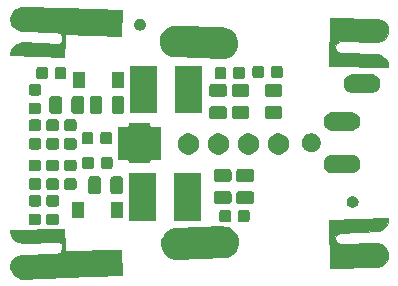
<source format=gbs>
G04 #@! TF.GenerationSoftware,KiCad,Pcbnew,5.1.5+dfsg1-2build2*
G04 #@! TF.CreationDate,2021-01-13T09:20:08+02:00*
G04 #@! TF.ProjectId,differential-tweezer,64696666-6572-4656-9e74-69616c2d7477,rev?*
G04 #@! TF.SameCoordinates,Original*
G04 #@! TF.FileFunction,Soldermask,Bot*
G04 #@! TF.FilePolarity,Negative*
%FSLAX46Y46*%
G04 Gerber Fmt 4.6, Leading zero omitted, Abs format (unit mm)*
G04 Created by KiCad (PCBNEW 5.1.5+dfsg1-2build2) date 2021-01-13 09:20:08*
%MOMM*%
%LPD*%
G04 APERTURE LIST*
%ADD10C,0.100000*%
%ADD11C,0.350000*%
G04 APERTURE END LIST*
D10*
G36*
X16450000Y-5800000D02*
G01*
X16350000Y-7950000D01*
X11450000Y-7800000D01*
X11550000Y-5600000D01*
X16450000Y-5800000D01*
G37*
X16450000Y-5800000D02*
X16350000Y-7950000D01*
X11450000Y-7800000D01*
X11550000Y-5600000D01*
X16450000Y-5800000D01*
G36*
X16450000Y-28200000D02*
G01*
X11550000Y-28400000D01*
X11450000Y-26200000D01*
X16350000Y-26050000D01*
X16450000Y-28200000D01*
G37*
X16450000Y-28200000D02*
X11550000Y-28400000D01*
X11450000Y-26200000D01*
X16350000Y-26050000D01*
X16450000Y-28200000D01*
G36*
X39000000Y-23700000D02*
G01*
X38900000Y-24000000D01*
X38600000Y-24300000D01*
X38200000Y-24500000D01*
X34900000Y-24600000D01*
X34600000Y-24800000D01*
X34500000Y-25100000D01*
X34600000Y-25400000D01*
X34900000Y-25600000D01*
X38100000Y-25500000D01*
X38500000Y-25600000D01*
X38800000Y-25900000D01*
X39000000Y-26300000D01*
X39000000Y-26800000D01*
X38800000Y-27100000D01*
X38500000Y-27400000D01*
X38100000Y-27500000D01*
X34100000Y-27600000D01*
X34000000Y-23500000D01*
X39000000Y-23400000D01*
X39000000Y-23700000D01*
G37*
X39000000Y-23700000D02*
X38900000Y-24000000D01*
X38600000Y-24300000D01*
X38200000Y-24500000D01*
X34900000Y-24600000D01*
X34600000Y-24800000D01*
X34500000Y-25100000D01*
X34600000Y-25400000D01*
X34900000Y-25600000D01*
X38100000Y-25500000D01*
X38500000Y-25600000D01*
X38800000Y-25900000D01*
X39000000Y-26300000D01*
X39000000Y-26800000D01*
X38800000Y-27100000D01*
X38500000Y-27400000D01*
X38100000Y-27500000D01*
X34100000Y-27600000D01*
X34000000Y-23500000D01*
X39000000Y-23400000D01*
X39000000Y-23700000D01*
G36*
X38100000Y-6500000D02*
G01*
X38500000Y-6600000D01*
X38800000Y-6900000D01*
X39000000Y-7200000D01*
X39000000Y-7700000D01*
X38800000Y-8100000D01*
X38500000Y-8400000D01*
X38100000Y-8500000D01*
X34900000Y-8400000D01*
X34600000Y-8600000D01*
X34500000Y-8900000D01*
X34600000Y-9200000D01*
X34900000Y-9400000D01*
X38200000Y-9500000D01*
X38600000Y-9700000D01*
X38900000Y-10000000D01*
X39000000Y-10300000D01*
X39000000Y-10600000D01*
X34000000Y-10500000D01*
X34100000Y-6400000D01*
X38100000Y-6500000D01*
G37*
X38100000Y-6500000D02*
X38500000Y-6600000D01*
X38800000Y-6900000D01*
X39000000Y-7200000D01*
X39000000Y-7700000D01*
X38800000Y-8100000D01*
X38500000Y-8400000D01*
X38100000Y-8500000D01*
X34900000Y-8400000D01*
X34600000Y-8600000D01*
X34500000Y-8900000D01*
X34600000Y-9200000D01*
X34900000Y-9400000D01*
X38200000Y-9500000D01*
X38600000Y-9700000D01*
X38900000Y-10000000D01*
X39000000Y-10300000D01*
X39000000Y-10600000D01*
X34000000Y-10500000D01*
X34100000Y-6400000D01*
X38100000Y-6500000D01*
G36*
X11800000Y-28400000D02*
G01*
X7900000Y-28500000D01*
X7300000Y-28200000D01*
X7000000Y-27600000D01*
X7100000Y-27000000D01*
X7400000Y-26700000D01*
X7900000Y-26500000D01*
X10800000Y-26400000D01*
X11300000Y-26300000D01*
X11400000Y-25900000D01*
X11400000Y-25600000D01*
X11100000Y-25400000D01*
X8000000Y-25500000D01*
X7400000Y-25300000D01*
X7100000Y-24900000D01*
X7000000Y-24400000D01*
X11600000Y-24300000D01*
X11800000Y-28400000D01*
G37*
X11800000Y-28400000D02*
X7900000Y-28500000D01*
X7300000Y-28200000D01*
X7000000Y-27600000D01*
X7100000Y-27000000D01*
X7400000Y-26700000D01*
X7900000Y-26500000D01*
X10800000Y-26400000D01*
X11300000Y-26300000D01*
X11400000Y-25900000D01*
X11400000Y-25600000D01*
X11100000Y-25400000D01*
X8000000Y-25500000D01*
X7400000Y-25300000D01*
X7100000Y-24900000D01*
X7000000Y-24400000D01*
X11600000Y-24300000D01*
X11800000Y-28400000D01*
G36*
X11800000Y-5600000D02*
G01*
X11600000Y-9700000D01*
X7000000Y-9600000D01*
X7100000Y-9100000D01*
X7400000Y-8700000D01*
X8000000Y-8500000D01*
X11100000Y-8600000D01*
X11400000Y-8400000D01*
X11400000Y-8100000D01*
X11300000Y-7700000D01*
X10800000Y-7600000D01*
X7900000Y-7500000D01*
X7400000Y-7300000D01*
X7100000Y-7000000D01*
X7000000Y-6400000D01*
X7300000Y-5800000D01*
X7900000Y-5500000D01*
X11800000Y-5600000D01*
G37*
X11800000Y-5600000D02*
X11600000Y-9700000D01*
X7000000Y-9600000D01*
X7100000Y-9100000D01*
X7400000Y-8700000D01*
X8000000Y-8500000D01*
X11100000Y-8600000D01*
X11400000Y-8400000D01*
X11400000Y-8100000D01*
X11300000Y-7700000D01*
X10800000Y-7600000D01*
X7900000Y-7500000D01*
X7400000Y-7300000D01*
X7100000Y-7000000D01*
X7000000Y-6400000D01*
X7300000Y-5800000D01*
X7900000Y-5500000D01*
X11800000Y-5600000D01*
D11*
G36*
X25266864Y-24093054D02*
G01*
X25523879Y-24161321D01*
X25762638Y-24278417D01*
X25973964Y-24439842D01*
X26149738Y-24639393D01*
X26283203Y-24869402D01*
X26369232Y-25121029D01*
X26404517Y-25384604D01*
X26387704Y-25649998D01*
X26331482Y-25861666D01*
X26319436Y-25907018D01*
X26248995Y-26050647D01*
X26202342Y-26145772D01*
X26040916Y-26357098D01*
X25841365Y-26532871D01*
X25611356Y-26666337D01*
X25359729Y-26752366D01*
X25162207Y-26778809D01*
X21132022Y-26919546D01*
X20933136Y-26906946D01*
X20715481Y-26849134D01*
X20676120Y-26838679D01*
X20437366Y-26721585D01*
X20437362Y-26721583D01*
X20226036Y-26560158D01*
X20050263Y-26360607D01*
X19916797Y-26130598D01*
X19830768Y-25878971D01*
X19795483Y-25615396D01*
X19812296Y-25350002D01*
X19880563Y-25092987D01*
X19997659Y-24854228D01*
X20159084Y-24642902D01*
X20358635Y-24467129D01*
X20588644Y-24333663D01*
X20840271Y-24247634D01*
X21037794Y-24221191D01*
X25067978Y-24080454D01*
X25266864Y-24093054D01*
G37*
G36*
X10966950Y-23004222D02*
G01*
X11003673Y-23015362D01*
X11037526Y-23033457D01*
X11067195Y-23057805D01*
X11091543Y-23087474D01*
X11109638Y-23121327D01*
X11120778Y-23158050D01*
X11125000Y-23200921D01*
X11125000Y-23774079D01*
X11120778Y-23816950D01*
X11109638Y-23853673D01*
X11091543Y-23887526D01*
X11067195Y-23917195D01*
X11037526Y-23941543D01*
X11003673Y-23959638D01*
X10966950Y-23970778D01*
X10924079Y-23975000D01*
X10275921Y-23975000D01*
X10233050Y-23970778D01*
X10196327Y-23959638D01*
X10162474Y-23941543D01*
X10132805Y-23917195D01*
X10108457Y-23887526D01*
X10090362Y-23853673D01*
X10079222Y-23816950D01*
X10075000Y-23774079D01*
X10075000Y-23200921D01*
X10079222Y-23158050D01*
X10090362Y-23121327D01*
X10108457Y-23087474D01*
X10132805Y-23057805D01*
X10162474Y-23033457D01*
X10196327Y-23015362D01*
X10233050Y-23004222D01*
X10275921Y-23000000D01*
X10924079Y-23000000D01*
X10966950Y-23004222D01*
G37*
G36*
X9466950Y-23004222D02*
G01*
X9503673Y-23015362D01*
X9537526Y-23033457D01*
X9567195Y-23057805D01*
X9591543Y-23087474D01*
X9609638Y-23121327D01*
X9620778Y-23158050D01*
X9625000Y-23200921D01*
X9625000Y-23774079D01*
X9620778Y-23816950D01*
X9609638Y-23853673D01*
X9591543Y-23887526D01*
X9567195Y-23917195D01*
X9537526Y-23941543D01*
X9503673Y-23959638D01*
X9466950Y-23970778D01*
X9424079Y-23975000D01*
X8775921Y-23975000D01*
X8733050Y-23970778D01*
X8696327Y-23959638D01*
X8662474Y-23941543D01*
X8632805Y-23917195D01*
X8608457Y-23887526D01*
X8590362Y-23853673D01*
X8579222Y-23816950D01*
X8575000Y-23774079D01*
X8575000Y-23200921D01*
X8579222Y-23158050D01*
X8590362Y-23121327D01*
X8608457Y-23087474D01*
X8632805Y-23057805D01*
X8662474Y-23033457D01*
X8696327Y-23015362D01*
X8733050Y-23004222D01*
X8775921Y-23000000D01*
X9424079Y-23000000D01*
X9466950Y-23004222D01*
G37*
G36*
X25541950Y-22679222D02*
G01*
X25578673Y-22690362D01*
X25612526Y-22708457D01*
X25642195Y-22732805D01*
X25666543Y-22762474D01*
X25684638Y-22796327D01*
X25695778Y-22833050D01*
X25700000Y-22875921D01*
X25700000Y-23524079D01*
X25695778Y-23566950D01*
X25684638Y-23603673D01*
X25666543Y-23637526D01*
X25642195Y-23667195D01*
X25612526Y-23691543D01*
X25578673Y-23709638D01*
X25541950Y-23720778D01*
X25499079Y-23725000D01*
X24925921Y-23725000D01*
X24883050Y-23720778D01*
X24846327Y-23709638D01*
X24812474Y-23691543D01*
X24782805Y-23667195D01*
X24758457Y-23637526D01*
X24740362Y-23603673D01*
X24729222Y-23566950D01*
X24725000Y-23524079D01*
X24725000Y-22875921D01*
X24729222Y-22833050D01*
X24740362Y-22796327D01*
X24758457Y-22762474D01*
X24782805Y-22732805D01*
X24812474Y-22708457D01*
X24846327Y-22690362D01*
X24883050Y-22679222D01*
X24925921Y-22675000D01*
X25499079Y-22675000D01*
X25541950Y-22679222D01*
G37*
G36*
X27116950Y-22679222D02*
G01*
X27153673Y-22690362D01*
X27187526Y-22708457D01*
X27217195Y-22732805D01*
X27241543Y-22762474D01*
X27259638Y-22796327D01*
X27270778Y-22833050D01*
X27275000Y-22875921D01*
X27275000Y-23524079D01*
X27270778Y-23566950D01*
X27259638Y-23603673D01*
X27241543Y-23637526D01*
X27217195Y-23667195D01*
X27187526Y-23691543D01*
X27153673Y-23709638D01*
X27116950Y-23720778D01*
X27074079Y-23725000D01*
X26500921Y-23725000D01*
X26458050Y-23720778D01*
X26421327Y-23709638D01*
X26387474Y-23691543D01*
X26357805Y-23667195D01*
X26333457Y-23637526D01*
X26315362Y-23603673D01*
X26304222Y-23566950D01*
X26300000Y-23524079D01*
X26300000Y-22875921D01*
X26304222Y-22833050D01*
X26315362Y-22796327D01*
X26333457Y-22762474D01*
X26357805Y-22732805D01*
X26387474Y-22708457D01*
X26421327Y-22690362D01*
X26458050Y-22679222D01*
X26500921Y-22675000D01*
X27074079Y-22675000D01*
X27116950Y-22679222D01*
G37*
G36*
X19350000Y-23600000D02*
G01*
X17050000Y-23600000D01*
X17050000Y-19600000D01*
X19350000Y-19600000D01*
X19350000Y-23600000D01*
G37*
G36*
X23150000Y-23600000D02*
G01*
X20850000Y-23600000D01*
X20850000Y-19600000D01*
X23150000Y-19600000D01*
X23150000Y-23600000D01*
G37*
G36*
X13250000Y-23350000D02*
G01*
X12250000Y-23350000D01*
X12250000Y-22050000D01*
X13250000Y-22050000D01*
X13250000Y-23350000D01*
G37*
G36*
X16550000Y-23350000D02*
G01*
X15550000Y-23350000D01*
X15550000Y-22050000D01*
X16550000Y-22050000D01*
X16550000Y-23350000D01*
G37*
G36*
X36087886Y-21507686D02*
G01*
X36145848Y-21519215D01*
X36236838Y-21556905D01*
X36318734Y-21611626D01*
X36388374Y-21681266D01*
X36443095Y-21763162D01*
X36480785Y-21854152D01*
X36492314Y-21912114D01*
X36499669Y-21949088D01*
X36500000Y-21950756D01*
X36500000Y-22049244D01*
X36480785Y-22145848D01*
X36443095Y-22236838D01*
X36388374Y-22318734D01*
X36318734Y-22388374D01*
X36236838Y-22443095D01*
X36145848Y-22480785D01*
X36087886Y-22492314D01*
X36049246Y-22500000D01*
X35950754Y-22500000D01*
X35912114Y-22492314D01*
X35854152Y-22480785D01*
X35763162Y-22443095D01*
X35681266Y-22388374D01*
X35611626Y-22318734D01*
X35556905Y-22236838D01*
X35519215Y-22145848D01*
X35500000Y-22049244D01*
X35500000Y-21950756D01*
X35500332Y-21949088D01*
X35507686Y-21912114D01*
X35519215Y-21854152D01*
X35556905Y-21763162D01*
X35611626Y-21681266D01*
X35681266Y-21611626D01*
X35763162Y-21556905D01*
X35854152Y-21519215D01*
X35912114Y-21507686D01*
X35950754Y-21500000D01*
X36049246Y-21500000D01*
X36087886Y-21507686D01*
G37*
G36*
X10966950Y-21429222D02*
G01*
X11003673Y-21440362D01*
X11037526Y-21458457D01*
X11067195Y-21482805D01*
X11091543Y-21512474D01*
X11109638Y-21546327D01*
X11120778Y-21583050D01*
X11125000Y-21625921D01*
X11125000Y-22199079D01*
X11120778Y-22241950D01*
X11109638Y-22278673D01*
X11091543Y-22312526D01*
X11067195Y-22342195D01*
X11037526Y-22366543D01*
X11003673Y-22384638D01*
X10966950Y-22395778D01*
X10924079Y-22400000D01*
X10275921Y-22400000D01*
X10233050Y-22395778D01*
X10196327Y-22384638D01*
X10162474Y-22366543D01*
X10132805Y-22342195D01*
X10108457Y-22312526D01*
X10090362Y-22278673D01*
X10079222Y-22241950D01*
X10075000Y-22199079D01*
X10075000Y-21625921D01*
X10079222Y-21583050D01*
X10090362Y-21546327D01*
X10108457Y-21512474D01*
X10132805Y-21482805D01*
X10162474Y-21458457D01*
X10196327Y-21440362D01*
X10233050Y-21429222D01*
X10275921Y-21425000D01*
X10924079Y-21425000D01*
X10966950Y-21429222D01*
G37*
G36*
X9466950Y-21429222D02*
G01*
X9503673Y-21440362D01*
X9537526Y-21458457D01*
X9567195Y-21482805D01*
X9591543Y-21512474D01*
X9609638Y-21546327D01*
X9620778Y-21583050D01*
X9625000Y-21625921D01*
X9625000Y-22199079D01*
X9620778Y-22241950D01*
X9609638Y-22278673D01*
X9591543Y-22312526D01*
X9567195Y-22342195D01*
X9537526Y-22366543D01*
X9503673Y-22384638D01*
X9466950Y-22395778D01*
X9424079Y-22400000D01*
X8775921Y-22400000D01*
X8733050Y-22395778D01*
X8696327Y-22384638D01*
X8662474Y-22366543D01*
X8632805Y-22342195D01*
X8608457Y-22312526D01*
X8590362Y-22278673D01*
X8579222Y-22241950D01*
X8575000Y-22199079D01*
X8575000Y-21625921D01*
X8579222Y-21583050D01*
X8590362Y-21546327D01*
X8608457Y-21512474D01*
X8632805Y-21482805D01*
X8662474Y-21458457D01*
X8696327Y-21440362D01*
X8733050Y-21429222D01*
X8775921Y-21425000D01*
X9424079Y-21425000D01*
X9466950Y-21429222D01*
G37*
G36*
X25571820Y-21104701D02*
G01*
X25613243Y-21117267D01*
X25651415Y-21137670D01*
X25684872Y-21165128D01*
X25712330Y-21198585D01*
X25732733Y-21236757D01*
X25745299Y-21278180D01*
X25750000Y-21325912D01*
X25750000Y-21949088D01*
X25745299Y-21996820D01*
X25732733Y-22038243D01*
X25712330Y-22076415D01*
X25684872Y-22109872D01*
X25651415Y-22137330D01*
X25613243Y-22157733D01*
X25571820Y-22170299D01*
X25524088Y-22175000D01*
X24475912Y-22175000D01*
X24428180Y-22170299D01*
X24386757Y-22157733D01*
X24348585Y-22137330D01*
X24315128Y-22109872D01*
X24287670Y-22076415D01*
X24267267Y-22038243D01*
X24254701Y-21996820D01*
X24250000Y-21949088D01*
X24250000Y-21325912D01*
X24254701Y-21278180D01*
X24267267Y-21236757D01*
X24287670Y-21198585D01*
X24315128Y-21165128D01*
X24348585Y-21137670D01*
X24386757Y-21117267D01*
X24428180Y-21104701D01*
X24475912Y-21100000D01*
X25524088Y-21100000D01*
X25571820Y-21104701D01*
G37*
G36*
X27471820Y-21104701D02*
G01*
X27513243Y-21117267D01*
X27551415Y-21137670D01*
X27584872Y-21165128D01*
X27612330Y-21198585D01*
X27632733Y-21236757D01*
X27645299Y-21278180D01*
X27650000Y-21325912D01*
X27650000Y-21949088D01*
X27645299Y-21996820D01*
X27632733Y-22038243D01*
X27612330Y-22076415D01*
X27584872Y-22109872D01*
X27551415Y-22137330D01*
X27513243Y-22157733D01*
X27471820Y-22170299D01*
X27424088Y-22175000D01*
X26375912Y-22175000D01*
X26328180Y-22170299D01*
X26286757Y-22157733D01*
X26248585Y-22137330D01*
X26215128Y-22109872D01*
X26187670Y-22076415D01*
X26167267Y-22038243D01*
X26154701Y-21996820D01*
X26150000Y-21949088D01*
X26150000Y-21325912D01*
X26154701Y-21278180D01*
X26167267Y-21236757D01*
X26187670Y-21198585D01*
X26215128Y-21165128D01*
X26248585Y-21137670D01*
X26286757Y-21117267D01*
X26328180Y-21104701D01*
X26375912Y-21100000D01*
X27424088Y-21100000D01*
X27471820Y-21104701D01*
G37*
G36*
X14521820Y-19854701D02*
G01*
X14563243Y-19867267D01*
X14601415Y-19887670D01*
X14634872Y-19915128D01*
X14662330Y-19948585D01*
X14682733Y-19986757D01*
X14695299Y-20028180D01*
X14700000Y-20075912D01*
X14700000Y-21124088D01*
X14695299Y-21171820D01*
X14682733Y-21213243D01*
X14662330Y-21251415D01*
X14634872Y-21284872D01*
X14601415Y-21312330D01*
X14563243Y-21332733D01*
X14521820Y-21345299D01*
X14474088Y-21350000D01*
X13850912Y-21350000D01*
X13803180Y-21345299D01*
X13761757Y-21332733D01*
X13723585Y-21312330D01*
X13690128Y-21284872D01*
X13662670Y-21251415D01*
X13642267Y-21213243D01*
X13629701Y-21171820D01*
X13625000Y-21124088D01*
X13625000Y-20075912D01*
X13629701Y-20028180D01*
X13642267Y-19986757D01*
X13662670Y-19948585D01*
X13690128Y-19915128D01*
X13723585Y-19887670D01*
X13761757Y-19867267D01*
X13803180Y-19854701D01*
X13850912Y-19850000D01*
X14474088Y-19850000D01*
X14521820Y-19854701D01*
G37*
G36*
X16396820Y-19854701D02*
G01*
X16438243Y-19867267D01*
X16476415Y-19887670D01*
X16509872Y-19915128D01*
X16537330Y-19948585D01*
X16557733Y-19986757D01*
X16570299Y-20028180D01*
X16575000Y-20075912D01*
X16575000Y-21124088D01*
X16570299Y-21171820D01*
X16557733Y-21213243D01*
X16537330Y-21251415D01*
X16509872Y-21284872D01*
X16476415Y-21312330D01*
X16438243Y-21332733D01*
X16396820Y-21345299D01*
X16349088Y-21350000D01*
X15725912Y-21350000D01*
X15678180Y-21345299D01*
X15636757Y-21332733D01*
X15598585Y-21312330D01*
X15565128Y-21284872D01*
X15537670Y-21251415D01*
X15517267Y-21213243D01*
X15504701Y-21171820D01*
X15500000Y-21124088D01*
X15500000Y-20075912D01*
X15504701Y-20028180D01*
X15517267Y-19986757D01*
X15537670Y-19948585D01*
X15565128Y-19915128D01*
X15598585Y-19887670D01*
X15636757Y-19867267D01*
X15678180Y-19854701D01*
X15725912Y-19850000D01*
X16349088Y-19850000D01*
X16396820Y-19854701D01*
G37*
G36*
X10966950Y-20004222D02*
G01*
X11003673Y-20015362D01*
X11037526Y-20033457D01*
X11067195Y-20057805D01*
X11091543Y-20087474D01*
X11109638Y-20121327D01*
X11120778Y-20158050D01*
X11125000Y-20200921D01*
X11125000Y-20774079D01*
X11120778Y-20816950D01*
X11109638Y-20853673D01*
X11091543Y-20887526D01*
X11067195Y-20917195D01*
X11037526Y-20941543D01*
X11003673Y-20959638D01*
X10966950Y-20970778D01*
X10924079Y-20975000D01*
X10275921Y-20975000D01*
X10233050Y-20970778D01*
X10196327Y-20959638D01*
X10162474Y-20941543D01*
X10132805Y-20917195D01*
X10108457Y-20887526D01*
X10090362Y-20853673D01*
X10079222Y-20816950D01*
X10075000Y-20774079D01*
X10075000Y-20200921D01*
X10079222Y-20158050D01*
X10090362Y-20121327D01*
X10108457Y-20087474D01*
X10132805Y-20057805D01*
X10162474Y-20033457D01*
X10196327Y-20015362D01*
X10233050Y-20004222D01*
X10275921Y-20000000D01*
X10924079Y-20000000D01*
X10966950Y-20004222D01*
G37*
G36*
X9466950Y-20004222D02*
G01*
X9503673Y-20015362D01*
X9537526Y-20033457D01*
X9567195Y-20057805D01*
X9591543Y-20087474D01*
X9609638Y-20121327D01*
X9620778Y-20158050D01*
X9625000Y-20200921D01*
X9625000Y-20774079D01*
X9620778Y-20816950D01*
X9609638Y-20853673D01*
X9591543Y-20887526D01*
X9567195Y-20917195D01*
X9537526Y-20941543D01*
X9503673Y-20959638D01*
X9466950Y-20970778D01*
X9424079Y-20975000D01*
X8775921Y-20975000D01*
X8733050Y-20970778D01*
X8696327Y-20959638D01*
X8662474Y-20941543D01*
X8632805Y-20917195D01*
X8608457Y-20887526D01*
X8590362Y-20853673D01*
X8579222Y-20816950D01*
X8575000Y-20774079D01*
X8575000Y-20200921D01*
X8579222Y-20158050D01*
X8590362Y-20121327D01*
X8608457Y-20087474D01*
X8632805Y-20057805D01*
X8662474Y-20033457D01*
X8696327Y-20015362D01*
X8733050Y-20004222D01*
X8775921Y-20000000D01*
X9424079Y-20000000D01*
X9466950Y-20004222D01*
G37*
G36*
X12466950Y-20004222D02*
G01*
X12503673Y-20015362D01*
X12537526Y-20033457D01*
X12567195Y-20057805D01*
X12591543Y-20087474D01*
X12609638Y-20121327D01*
X12620778Y-20158050D01*
X12625000Y-20200921D01*
X12625000Y-20774079D01*
X12620778Y-20816950D01*
X12609638Y-20853673D01*
X12591543Y-20887526D01*
X12567195Y-20917195D01*
X12537526Y-20941543D01*
X12503673Y-20959638D01*
X12466950Y-20970778D01*
X12424079Y-20975000D01*
X11775921Y-20975000D01*
X11733050Y-20970778D01*
X11696327Y-20959638D01*
X11662474Y-20941543D01*
X11632805Y-20917195D01*
X11608457Y-20887526D01*
X11590362Y-20853673D01*
X11579222Y-20816950D01*
X11575000Y-20774079D01*
X11575000Y-20200921D01*
X11579222Y-20158050D01*
X11590362Y-20121327D01*
X11608457Y-20087474D01*
X11632805Y-20057805D01*
X11662474Y-20033457D01*
X11696327Y-20015362D01*
X11733050Y-20004222D01*
X11775921Y-20000000D01*
X12424079Y-20000000D01*
X12466950Y-20004222D01*
G37*
G36*
X25571820Y-19229701D02*
G01*
X25613243Y-19242267D01*
X25651415Y-19262670D01*
X25684872Y-19290128D01*
X25712330Y-19323585D01*
X25732733Y-19361757D01*
X25745299Y-19403180D01*
X25750000Y-19450912D01*
X25750000Y-20074088D01*
X25745299Y-20121820D01*
X25732733Y-20163243D01*
X25712330Y-20201415D01*
X25684872Y-20234872D01*
X25651415Y-20262330D01*
X25613243Y-20282733D01*
X25571820Y-20295299D01*
X25524088Y-20300000D01*
X24475912Y-20300000D01*
X24428180Y-20295299D01*
X24386757Y-20282733D01*
X24348585Y-20262330D01*
X24315128Y-20234872D01*
X24287670Y-20201415D01*
X24267267Y-20163243D01*
X24254701Y-20121820D01*
X24250000Y-20074088D01*
X24250000Y-19450912D01*
X24254701Y-19403180D01*
X24267267Y-19361757D01*
X24287670Y-19323585D01*
X24315128Y-19290128D01*
X24348585Y-19262670D01*
X24386757Y-19242267D01*
X24428180Y-19229701D01*
X24475912Y-19225000D01*
X25524088Y-19225000D01*
X25571820Y-19229701D01*
G37*
G36*
X27471820Y-19229701D02*
G01*
X27513243Y-19242267D01*
X27551415Y-19262670D01*
X27584872Y-19290128D01*
X27612330Y-19323585D01*
X27632733Y-19361757D01*
X27645299Y-19403180D01*
X27650000Y-19450912D01*
X27650000Y-20074088D01*
X27645299Y-20121820D01*
X27632733Y-20163243D01*
X27612330Y-20201415D01*
X27584872Y-20234872D01*
X27551415Y-20262330D01*
X27513243Y-20282733D01*
X27471820Y-20295299D01*
X27424088Y-20300000D01*
X26375912Y-20300000D01*
X26328180Y-20295299D01*
X26286757Y-20282733D01*
X26248585Y-20262330D01*
X26215128Y-20234872D01*
X26187670Y-20201415D01*
X26167267Y-20163243D01*
X26154701Y-20121820D01*
X26150000Y-20074088D01*
X26150000Y-19450912D01*
X26154701Y-19403180D01*
X26167267Y-19361757D01*
X26187670Y-19323585D01*
X26215128Y-19290128D01*
X26248585Y-19262670D01*
X26286757Y-19242267D01*
X26328180Y-19229701D01*
X26375912Y-19225000D01*
X27424088Y-19225000D01*
X27471820Y-19229701D01*
G37*
G36*
X36006830Y-18011576D02*
G01*
X36157625Y-18057319D01*
X36296610Y-18131608D01*
X36418423Y-18231577D01*
X36518392Y-18353390D01*
X36592681Y-18492375D01*
X36638424Y-18643170D01*
X36653870Y-18800000D01*
X36638424Y-18956830D01*
X36592681Y-19107625D01*
X36518392Y-19246610D01*
X36418423Y-19368423D01*
X36296610Y-19468392D01*
X36157625Y-19542681D01*
X36006830Y-19588424D01*
X35889293Y-19600000D01*
X34310707Y-19600000D01*
X34193170Y-19588424D01*
X34042375Y-19542681D01*
X33903390Y-19468392D01*
X33781577Y-19368423D01*
X33681608Y-19246610D01*
X33607319Y-19107625D01*
X33561576Y-18956830D01*
X33546130Y-18800000D01*
X33561576Y-18643170D01*
X33607319Y-18492375D01*
X33681608Y-18353390D01*
X33781577Y-18231577D01*
X33903390Y-18131608D01*
X34042375Y-18057319D01*
X34193170Y-18011576D01*
X34310707Y-18000000D01*
X35889293Y-18000000D01*
X36006830Y-18011576D01*
G37*
G36*
X10966950Y-18429222D02*
G01*
X11003673Y-18440362D01*
X11037526Y-18458457D01*
X11067195Y-18482805D01*
X11091543Y-18512474D01*
X11109638Y-18546327D01*
X11120778Y-18583050D01*
X11125000Y-18625921D01*
X11125000Y-19199079D01*
X11120778Y-19241950D01*
X11109638Y-19278673D01*
X11091543Y-19312526D01*
X11067195Y-19342195D01*
X11037526Y-19366543D01*
X11003673Y-19384638D01*
X10966950Y-19395778D01*
X10924079Y-19400000D01*
X10275921Y-19400000D01*
X10233050Y-19395778D01*
X10196327Y-19384638D01*
X10162474Y-19366543D01*
X10132805Y-19342195D01*
X10108457Y-19312526D01*
X10090362Y-19278673D01*
X10079222Y-19241950D01*
X10075000Y-19199079D01*
X10075000Y-18625921D01*
X10079222Y-18583050D01*
X10090362Y-18546327D01*
X10108457Y-18512474D01*
X10132805Y-18482805D01*
X10162474Y-18458457D01*
X10196327Y-18440362D01*
X10233050Y-18429222D01*
X10275921Y-18425000D01*
X10924079Y-18425000D01*
X10966950Y-18429222D01*
G37*
G36*
X12466950Y-18429222D02*
G01*
X12503673Y-18440362D01*
X12537526Y-18458457D01*
X12567195Y-18482805D01*
X12591543Y-18512474D01*
X12609638Y-18546327D01*
X12620778Y-18583050D01*
X12625000Y-18625921D01*
X12625000Y-19199079D01*
X12620778Y-19241950D01*
X12609638Y-19278673D01*
X12591543Y-19312526D01*
X12567195Y-19342195D01*
X12537526Y-19366543D01*
X12503673Y-19384638D01*
X12466950Y-19395778D01*
X12424079Y-19400000D01*
X11775921Y-19400000D01*
X11733050Y-19395778D01*
X11696327Y-19384638D01*
X11662474Y-19366543D01*
X11632805Y-19342195D01*
X11608457Y-19312526D01*
X11590362Y-19278673D01*
X11579222Y-19241950D01*
X11575000Y-19199079D01*
X11575000Y-18625921D01*
X11579222Y-18583050D01*
X11590362Y-18546327D01*
X11608457Y-18512474D01*
X11632805Y-18482805D01*
X11662474Y-18458457D01*
X11696327Y-18440362D01*
X11733050Y-18429222D01*
X11775921Y-18425000D01*
X12424079Y-18425000D01*
X12466950Y-18429222D01*
G37*
G36*
X9466950Y-18429222D02*
G01*
X9503673Y-18440362D01*
X9537526Y-18458457D01*
X9567195Y-18482805D01*
X9591543Y-18512474D01*
X9609638Y-18546327D01*
X9620778Y-18583050D01*
X9625000Y-18625921D01*
X9625000Y-19199079D01*
X9620778Y-19241950D01*
X9609638Y-19278673D01*
X9591543Y-19312526D01*
X9567195Y-19342195D01*
X9537526Y-19366543D01*
X9503673Y-19384638D01*
X9466950Y-19395778D01*
X9424079Y-19400000D01*
X8775921Y-19400000D01*
X8733050Y-19395778D01*
X8696327Y-19384638D01*
X8662474Y-19366543D01*
X8632805Y-19342195D01*
X8608457Y-19312526D01*
X8590362Y-19278673D01*
X8579222Y-19241950D01*
X8575000Y-19199079D01*
X8575000Y-18625921D01*
X8579222Y-18583050D01*
X8590362Y-18546327D01*
X8608457Y-18512474D01*
X8632805Y-18482805D01*
X8662474Y-18458457D01*
X8696327Y-18440362D01*
X8733050Y-18429222D01*
X8775921Y-18425000D01*
X9424079Y-18425000D01*
X9466950Y-18429222D01*
G37*
G36*
X13941950Y-18179222D02*
G01*
X13978673Y-18190362D01*
X14012526Y-18208457D01*
X14042195Y-18232805D01*
X14066543Y-18262474D01*
X14084638Y-18296327D01*
X14095778Y-18333050D01*
X14100000Y-18375921D01*
X14100000Y-19024079D01*
X14095778Y-19066950D01*
X14084638Y-19103673D01*
X14066543Y-19137526D01*
X14042195Y-19167195D01*
X14012526Y-19191543D01*
X13978673Y-19209638D01*
X13941950Y-19220778D01*
X13899079Y-19225000D01*
X13325921Y-19225000D01*
X13283050Y-19220778D01*
X13246327Y-19209638D01*
X13212474Y-19191543D01*
X13182805Y-19167195D01*
X13158457Y-19137526D01*
X13140362Y-19103673D01*
X13129222Y-19066950D01*
X13125000Y-19024079D01*
X13125000Y-18375921D01*
X13129222Y-18333050D01*
X13140362Y-18296327D01*
X13158457Y-18262474D01*
X13182805Y-18232805D01*
X13212474Y-18208457D01*
X13246327Y-18190362D01*
X13283050Y-18179222D01*
X13325921Y-18175000D01*
X13899079Y-18175000D01*
X13941950Y-18179222D01*
G37*
G36*
X15516950Y-18179222D02*
G01*
X15553673Y-18190362D01*
X15587526Y-18208457D01*
X15617195Y-18232805D01*
X15641543Y-18262474D01*
X15659638Y-18296327D01*
X15670778Y-18333050D01*
X15675000Y-18375921D01*
X15675000Y-19024079D01*
X15670778Y-19066950D01*
X15659638Y-19103673D01*
X15641543Y-19137526D01*
X15617195Y-19167195D01*
X15587526Y-19191543D01*
X15553673Y-19209638D01*
X15516950Y-19220778D01*
X15474079Y-19225000D01*
X14900921Y-19225000D01*
X14858050Y-19220778D01*
X14821327Y-19209638D01*
X14787474Y-19191543D01*
X14757805Y-19167195D01*
X14733457Y-19137526D01*
X14715362Y-19103673D01*
X14704222Y-19066950D01*
X14700000Y-19024079D01*
X14700000Y-18375921D01*
X14704222Y-18333050D01*
X14715362Y-18296327D01*
X14733457Y-18262474D01*
X14757805Y-18232805D01*
X14787474Y-18208457D01*
X14821327Y-18190362D01*
X14858050Y-18179222D01*
X14900921Y-18175000D01*
X15474079Y-18175000D01*
X15516950Y-18179222D01*
G37*
G36*
X18850000Y-15530001D02*
G01*
X18851825Y-15548534D01*
X18857231Y-15566356D01*
X18866010Y-15582780D01*
X18877825Y-15597175D01*
X18892220Y-15608990D01*
X18908644Y-15617769D01*
X18926466Y-15623175D01*
X18944999Y-15625000D01*
X19800000Y-15625000D01*
X19800000Y-18475000D01*
X18944999Y-18475000D01*
X18926466Y-18476825D01*
X18908644Y-18482231D01*
X18892220Y-18491010D01*
X18877825Y-18502825D01*
X18866010Y-18517220D01*
X18857231Y-18533644D01*
X18851825Y-18551466D01*
X18850000Y-18569999D01*
X18850000Y-18750000D01*
X17050000Y-18750000D01*
X17050000Y-18569999D01*
X17048175Y-18551466D01*
X17042769Y-18533644D01*
X17033990Y-18517220D01*
X17022175Y-18502825D01*
X17007780Y-18491010D01*
X16991356Y-18482231D01*
X16973534Y-18476825D01*
X16955001Y-18475000D01*
X16100000Y-18475000D01*
X16100000Y-15625000D01*
X16955001Y-15625000D01*
X16973534Y-15623175D01*
X16991356Y-15617769D01*
X17007780Y-15608990D01*
X17022175Y-15597175D01*
X17033990Y-15582780D01*
X17042769Y-15566356D01*
X17048175Y-15548534D01*
X17050000Y-15530001D01*
X17050000Y-15350000D01*
X18850000Y-15350000D01*
X18850000Y-15530001D01*
G37*
G36*
X22362520Y-16234586D02*
G01*
X22526310Y-16302430D01*
X22673717Y-16400924D01*
X22799076Y-16526283D01*
X22897570Y-16673690D01*
X22965414Y-16837480D01*
X23000000Y-17011358D01*
X23000000Y-17188642D01*
X22965414Y-17362520D01*
X22897570Y-17526310D01*
X22799076Y-17673717D01*
X22673717Y-17799076D01*
X22526310Y-17897570D01*
X22362520Y-17965414D01*
X22188642Y-18000000D01*
X22011358Y-18000000D01*
X21837480Y-17965414D01*
X21673690Y-17897570D01*
X21526283Y-17799076D01*
X21400924Y-17673717D01*
X21302430Y-17526310D01*
X21234586Y-17362520D01*
X21200000Y-17188642D01*
X21200000Y-17011358D01*
X21234586Y-16837480D01*
X21302430Y-16673690D01*
X21400924Y-16526283D01*
X21526283Y-16400924D01*
X21673690Y-16302430D01*
X21837480Y-16234586D01*
X22011358Y-16200000D01*
X22188642Y-16200000D01*
X22362520Y-16234586D01*
G37*
G36*
X29982520Y-16234586D02*
G01*
X30146310Y-16302430D01*
X30293717Y-16400924D01*
X30419076Y-16526283D01*
X30517570Y-16673690D01*
X30585414Y-16837480D01*
X30620000Y-17011358D01*
X30620000Y-17188642D01*
X30585414Y-17362520D01*
X30517570Y-17526310D01*
X30419076Y-17673717D01*
X30293717Y-17799076D01*
X30146310Y-17897570D01*
X29982520Y-17965414D01*
X29808642Y-18000000D01*
X29631358Y-18000000D01*
X29457480Y-17965414D01*
X29293690Y-17897570D01*
X29146283Y-17799076D01*
X29020924Y-17673717D01*
X28922430Y-17526310D01*
X28854586Y-17362520D01*
X28820000Y-17188642D01*
X28820000Y-17011358D01*
X28854586Y-16837480D01*
X28922430Y-16673690D01*
X29020924Y-16526283D01*
X29146283Y-16400924D01*
X29293690Y-16302430D01*
X29457480Y-16234586D01*
X29631358Y-16200000D01*
X29808642Y-16200000D01*
X29982520Y-16234586D01*
G37*
G36*
X27442520Y-16234586D02*
G01*
X27606310Y-16302430D01*
X27753717Y-16400924D01*
X27879076Y-16526283D01*
X27977570Y-16673690D01*
X28045414Y-16837480D01*
X28080000Y-17011358D01*
X28080000Y-17188642D01*
X28045414Y-17362520D01*
X27977570Y-17526310D01*
X27879076Y-17673717D01*
X27753717Y-17799076D01*
X27606310Y-17897570D01*
X27442520Y-17965414D01*
X27268642Y-18000000D01*
X27091358Y-18000000D01*
X26917480Y-17965414D01*
X26753690Y-17897570D01*
X26606283Y-17799076D01*
X26480924Y-17673717D01*
X26382430Y-17526310D01*
X26314586Y-17362520D01*
X26280000Y-17188642D01*
X26280000Y-17011358D01*
X26314586Y-16837480D01*
X26382430Y-16673690D01*
X26480924Y-16526283D01*
X26606283Y-16400924D01*
X26753690Y-16302430D01*
X26917480Y-16234586D01*
X27091358Y-16200000D01*
X27268642Y-16200000D01*
X27442520Y-16234586D01*
G37*
G36*
X24902520Y-16234586D02*
G01*
X25066310Y-16302430D01*
X25213717Y-16400924D01*
X25339076Y-16526283D01*
X25437570Y-16673690D01*
X25505414Y-16837480D01*
X25540000Y-17011358D01*
X25540000Y-17188642D01*
X25505414Y-17362520D01*
X25437570Y-17526310D01*
X25339076Y-17673717D01*
X25213717Y-17799076D01*
X25066310Y-17897570D01*
X24902520Y-17965414D01*
X24728642Y-18000000D01*
X24551358Y-18000000D01*
X24377480Y-17965414D01*
X24213690Y-17897570D01*
X24066283Y-17799076D01*
X23940924Y-17673717D01*
X23842430Y-17526310D01*
X23774586Y-17362520D01*
X23740000Y-17188642D01*
X23740000Y-17011358D01*
X23774586Y-16837480D01*
X23842430Y-16673690D01*
X23940924Y-16526283D01*
X24066283Y-16400924D01*
X24213690Y-16302430D01*
X24377480Y-16234586D01*
X24551358Y-16200000D01*
X24728642Y-16200000D01*
X24902520Y-16234586D01*
G37*
G36*
X32733351Y-16230743D02*
G01*
X32878942Y-16291049D01*
X33009970Y-16378599D01*
X33009972Y-16378601D01*
X33009975Y-16378603D01*
X33121397Y-16490025D01*
X33121399Y-16490028D01*
X33121401Y-16490030D01*
X33208951Y-16621058D01*
X33269257Y-16766649D01*
X33300000Y-16921207D01*
X33300000Y-17078793D01*
X33269257Y-17233351D01*
X33208951Y-17378942D01*
X33121401Y-17509970D01*
X33121399Y-17509972D01*
X33121397Y-17509975D01*
X33009975Y-17621397D01*
X33009972Y-17621399D01*
X33009970Y-17621401D01*
X32878942Y-17708951D01*
X32733351Y-17769257D01*
X32578793Y-17800000D01*
X32421207Y-17800000D01*
X32266649Y-17769257D01*
X32121058Y-17708951D01*
X31990030Y-17621401D01*
X31990028Y-17621399D01*
X31990025Y-17621397D01*
X31878603Y-17509975D01*
X31878601Y-17509972D01*
X31878599Y-17509970D01*
X31791049Y-17378942D01*
X31730743Y-17233351D01*
X31700000Y-17078793D01*
X31700000Y-16921207D01*
X31730743Y-16766649D01*
X31791049Y-16621058D01*
X31878599Y-16490030D01*
X31878601Y-16490028D01*
X31878603Y-16490025D01*
X31990025Y-16378603D01*
X31990028Y-16378601D01*
X31990030Y-16378599D01*
X32121058Y-16291049D01*
X32266649Y-16230743D01*
X32421207Y-16200000D01*
X32578793Y-16200000D01*
X32733351Y-16230743D01*
G37*
G36*
X9466950Y-16604222D02*
G01*
X9503673Y-16615362D01*
X9537526Y-16633457D01*
X9567195Y-16657805D01*
X9591543Y-16687474D01*
X9609638Y-16721327D01*
X9620778Y-16758050D01*
X9625000Y-16800921D01*
X9625000Y-17374079D01*
X9620778Y-17416950D01*
X9609638Y-17453673D01*
X9591543Y-17487526D01*
X9567195Y-17517195D01*
X9537526Y-17541543D01*
X9503673Y-17559638D01*
X9466950Y-17570778D01*
X9424079Y-17575000D01*
X8775921Y-17575000D01*
X8733050Y-17570778D01*
X8696327Y-17559638D01*
X8662474Y-17541543D01*
X8632805Y-17517195D01*
X8608457Y-17487526D01*
X8590362Y-17453673D01*
X8579222Y-17416950D01*
X8575000Y-17374079D01*
X8575000Y-16800921D01*
X8579222Y-16758050D01*
X8590362Y-16721327D01*
X8608457Y-16687474D01*
X8632805Y-16657805D01*
X8662474Y-16633457D01*
X8696327Y-16615362D01*
X8733050Y-16604222D01*
X8775921Y-16600000D01*
X9424079Y-16600000D01*
X9466950Y-16604222D01*
G37*
G36*
X10966950Y-16604222D02*
G01*
X11003673Y-16615362D01*
X11037526Y-16633457D01*
X11067195Y-16657805D01*
X11091543Y-16687474D01*
X11109638Y-16721327D01*
X11120778Y-16758050D01*
X11125000Y-16800921D01*
X11125000Y-17374079D01*
X11120778Y-17416950D01*
X11109638Y-17453673D01*
X11091543Y-17487526D01*
X11067195Y-17517195D01*
X11037526Y-17541543D01*
X11003673Y-17559638D01*
X10966950Y-17570778D01*
X10924079Y-17575000D01*
X10275921Y-17575000D01*
X10233050Y-17570778D01*
X10196327Y-17559638D01*
X10162474Y-17541543D01*
X10132805Y-17517195D01*
X10108457Y-17487526D01*
X10090362Y-17453673D01*
X10079222Y-17416950D01*
X10075000Y-17374079D01*
X10075000Y-16800921D01*
X10079222Y-16758050D01*
X10090362Y-16721327D01*
X10108457Y-16687474D01*
X10132805Y-16657805D01*
X10162474Y-16633457D01*
X10196327Y-16615362D01*
X10233050Y-16604222D01*
X10275921Y-16600000D01*
X10924079Y-16600000D01*
X10966950Y-16604222D01*
G37*
G36*
X12466950Y-16604222D02*
G01*
X12503673Y-16615362D01*
X12537526Y-16633457D01*
X12567195Y-16657805D01*
X12591543Y-16687474D01*
X12609638Y-16721327D01*
X12620778Y-16758050D01*
X12625000Y-16800921D01*
X12625000Y-17374079D01*
X12620778Y-17416950D01*
X12609638Y-17453673D01*
X12591543Y-17487526D01*
X12567195Y-17517195D01*
X12537526Y-17541543D01*
X12503673Y-17559638D01*
X12466950Y-17570778D01*
X12424079Y-17575000D01*
X11775921Y-17575000D01*
X11733050Y-17570778D01*
X11696327Y-17559638D01*
X11662474Y-17541543D01*
X11632805Y-17517195D01*
X11608457Y-17487526D01*
X11590362Y-17453673D01*
X11579222Y-17416950D01*
X11575000Y-17374079D01*
X11575000Y-16800921D01*
X11579222Y-16758050D01*
X11590362Y-16721327D01*
X11608457Y-16687474D01*
X11632805Y-16657805D01*
X11662474Y-16633457D01*
X11696327Y-16615362D01*
X11733050Y-16604222D01*
X11775921Y-16600000D01*
X12424079Y-16600000D01*
X12466950Y-16604222D01*
G37*
G36*
X13891950Y-16079222D02*
G01*
X13928673Y-16090362D01*
X13962526Y-16108457D01*
X13992195Y-16132805D01*
X14016543Y-16162474D01*
X14034638Y-16196327D01*
X14045778Y-16233050D01*
X14050000Y-16275921D01*
X14050000Y-16924079D01*
X14045778Y-16966950D01*
X14034638Y-17003673D01*
X14016543Y-17037526D01*
X13992195Y-17067195D01*
X13962526Y-17091543D01*
X13928673Y-17109638D01*
X13891950Y-17120778D01*
X13849079Y-17125000D01*
X13275921Y-17125000D01*
X13233050Y-17120778D01*
X13196327Y-17109638D01*
X13162474Y-17091543D01*
X13132805Y-17067195D01*
X13108457Y-17037526D01*
X13090362Y-17003673D01*
X13079222Y-16966950D01*
X13075000Y-16924079D01*
X13075000Y-16275921D01*
X13079222Y-16233050D01*
X13090362Y-16196327D01*
X13108457Y-16162474D01*
X13132805Y-16132805D01*
X13162474Y-16108457D01*
X13196327Y-16090362D01*
X13233050Y-16079222D01*
X13275921Y-16075000D01*
X13849079Y-16075000D01*
X13891950Y-16079222D01*
G37*
G36*
X15466950Y-16079222D02*
G01*
X15503673Y-16090362D01*
X15537526Y-16108457D01*
X15567195Y-16132805D01*
X15591543Y-16162474D01*
X15609638Y-16196327D01*
X15620778Y-16233050D01*
X15625000Y-16275921D01*
X15625000Y-16924079D01*
X15620778Y-16966950D01*
X15609638Y-17003673D01*
X15591543Y-17037526D01*
X15567195Y-17067195D01*
X15537526Y-17091543D01*
X15503673Y-17109638D01*
X15466950Y-17120778D01*
X15424079Y-17125000D01*
X14850921Y-17125000D01*
X14808050Y-17120778D01*
X14771327Y-17109638D01*
X14737474Y-17091543D01*
X14707805Y-17067195D01*
X14683457Y-17037526D01*
X14665362Y-17003673D01*
X14654222Y-16966950D01*
X14650000Y-16924079D01*
X14650000Y-16275921D01*
X14654222Y-16233050D01*
X14665362Y-16196327D01*
X14683457Y-16162474D01*
X14707805Y-16132805D01*
X14737474Y-16108457D01*
X14771327Y-16090362D01*
X14808050Y-16079222D01*
X14850921Y-16075000D01*
X15424079Y-16075000D01*
X15466950Y-16079222D01*
G37*
G36*
X10966950Y-15029222D02*
G01*
X11003673Y-15040362D01*
X11037526Y-15058457D01*
X11067195Y-15082805D01*
X11091543Y-15112474D01*
X11109638Y-15146327D01*
X11120778Y-15183050D01*
X11125000Y-15225921D01*
X11125000Y-15799079D01*
X11120778Y-15841950D01*
X11109638Y-15878673D01*
X11091543Y-15912526D01*
X11067195Y-15942195D01*
X11037526Y-15966543D01*
X11003673Y-15984638D01*
X10966950Y-15995778D01*
X10924079Y-16000000D01*
X10275921Y-16000000D01*
X10233050Y-15995778D01*
X10196327Y-15984638D01*
X10162474Y-15966543D01*
X10132805Y-15942195D01*
X10108457Y-15912526D01*
X10090362Y-15878673D01*
X10079222Y-15841950D01*
X10075000Y-15799079D01*
X10075000Y-15225921D01*
X10079222Y-15183050D01*
X10090362Y-15146327D01*
X10108457Y-15112474D01*
X10132805Y-15082805D01*
X10162474Y-15058457D01*
X10196327Y-15040362D01*
X10233050Y-15029222D01*
X10275921Y-15025000D01*
X10924079Y-15025000D01*
X10966950Y-15029222D01*
G37*
G36*
X36006830Y-14411576D02*
G01*
X36157625Y-14457319D01*
X36296610Y-14531608D01*
X36418423Y-14631577D01*
X36518392Y-14753390D01*
X36592681Y-14892375D01*
X36638424Y-15043170D01*
X36653870Y-15200000D01*
X36638424Y-15356830D01*
X36592681Y-15507625D01*
X36518392Y-15646610D01*
X36418423Y-15768423D01*
X36296610Y-15868392D01*
X36157625Y-15942681D01*
X36006830Y-15988424D01*
X35889293Y-16000000D01*
X34310707Y-16000000D01*
X34193170Y-15988424D01*
X34042375Y-15942681D01*
X33903390Y-15868392D01*
X33781577Y-15768423D01*
X33681608Y-15646610D01*
X33607319Y-15507625D01*
X33561576Y-15356830D01*
X33546130Y-15200000D01*
X33561576Y-15043170D01*
X33607319Y-14892375D01*
X33681608Y-14753390D01*
X33781577Y-14631577D01*
X33903390Y-14531608D01*
X34042375Y-14457319D01*
X34193170Y-14411576D01*
X34310707Y-14400000D01*
X35889293Y-14400000D01*
X36006830Y-14411576D01*
G37*
G36*
X9466950Y-15029222D02*
G01*
X9503673Y-15040362D01*
X9537526Y-15058457D01*
X9567195Y-15082805D01*
X9591543Y-15112474D01*
X9609638Y-15146327D01*
X9620778Y-15183050D01*
X9625000Y-15225921D01*
X9625000Y-15799079D01*
X9620778Y-15841950D01*
X9609638Y-15878673D01*
X9591543Y-15912526D01*
X9567195Y-15942195D01*
X9537526Y-15966543D01*
X9503673Y-15984638D01*
X9466950Y-15995778D01*
X9424079Y-16000000D01*
X8775921Y-16000000D01*
X8733050Y-15995778D01*
X8696327Y-15984638D01*
X8662474Y-15966543D01*
X8632805Y-15942195D01*
X8608457Y-15912526D01*
X8590362Y-15878673D01*
X8579222Y-15841950D01*
X8575000Y-15799079D01*
X8575000Y-15225921D01*
X8579222Y-15183050D01*
X8590362Y-15146327D01*
X8608457Y-15112474D01*
X8632805Y-15082805D01*
X8662474Y-15058457D01*
X8696327Y-15040362D01*
X8733050Y-15029222D01*
X8775921Y-15025000D01*
X9424079Y-15025000D01*
X9466950Y-15029222D01*
G37*
G36*
X12466950Y-15029222D02*
G01*
X12503673Y-15040362D01*
X12537526Y-15058457D01*
X12567195Y-15082805D01*
X12591543Y-15112474D01*
X12609638Y-15146327D01*
X12620778Y-15183050D01*
X12625000Y-15225921D01*
X12625000Y-15799079D01*
X12620778Y-15841950D01*
X12609638Y-15878673D01*
X12591543Y-15912526D01*
X12567195Y-15942195D01*
X12537526Y-15966543D01*
X12503673Y-15984638D01*
X12466950Y-15995778D01*
X12424079Y-16000000D01*
X11775921Y-16000000D01*
X11733050Y-15995778D01*
X11696327Y-15984638D01*
X11662474Y-15966543D01*
X11632805Y-15942195D01*
X11608457Y-15912526D01*
X11590362Y-15878673D01*
X11579222Y-15841950D01*
X11575000Y-15799079D01*
X11575000Y-15225921D01*
X11579222Y-15183050D01*
X11590362Y-15146327D01*
X11608457Y-15112474D01*
X11632805Y-15082805D01*
X11662474Y-15058457D01*
X11696327Y-15040362D01*
X11733050Y-15029222D01*
X11775921Y-15025000D01*
X12424079Y-15025000D01*
X12466950Y-15029222D01*
G37*
G36*
X25171820Y-13904701D02*
G01*
X25213243Y-13917267D01*
X25251415Y-13937670D01*
X25284872Y-13965128D01*
X25312330Y-13998585D01*
X25332733Y-14036757D01*
X25345299Y-14078180D01*
X25350000Y-14125912D01*
X25350000Y-14749088D01*
X25345299Y-14796820D01*
X25332733Y-14838243D01*
X25312330Y-14876415D01*
X25284872Y-14909872D01*
X25251415Y-14937330D01*
X25213243Y-14957733D01*
X25171820Y-14970299D01*
X25124088Y-14975000D01*
X24075912Y-14975000D01*
X24028180Y-14970299D01*
X23986757Y-14957733D01*
X23948585Y-14937330D01*
X23915128Y-14909872D01*
X23887670Y-14876415D01*
X23867267Y-14838243D01*
X23854701Y-14796820D01*
X23850000Y-14749088D01*
X23850000Y-14125912D01*
X23854701Y-14078180D01*
X23867267Y-14036757D01*
X23887670Y-13998585D01*
X23915128Y-13965128D01*
X23948585Y-13937670D01*
X23986757Y-13917267D01*
X24028180Y-13904701D01*
X24075912Y-13900000D01*
X25124088Y-13900000D01*
X25171820Y-13904701D01*
G37*
G36*
X29871820Y-13904701D02*
G01*
X29913243Y-13917267D01*
X29951415Y-13937670D01*
X29984872Y-13965128D01*
X30012330Y-13998585D01*
X30032733Y-14036757D01*
X30045299Y-14078180D01*
X30050000Y-14125912D01*
X30050000Y-14749088D01*
X30045299Y-14796820D01*
X30032733Y-14838243D01*
X30012330Y-14876415D01*
X29984872Y-14909872D01*
X29951415Y-14937330D01*
X29913243Y-14957733D01*
X29871820Y-14970299D01*
X29824088Y-14975000D01*
X28775912Y-14975000D01*
X28728180Y-14970299D01*
X28686757Y-14957733D01*
X28648585Y-14937330D01*
X28615128Y-14909872D01*
X28587670Y-14876415D01*
X28567267Y-14838243D01*
X28554701Y-14796820D01*
X28550000Y-14749088D01*
X28550000Y-14125912D01*
X28554701Y-14078180D01*
X28567267Y-14036757D01*
X28587670Y-13998585D01*
X28615128Y-13965128D01*
X28648585Y-13937670D01*
X28686757Y-13917267D01*
X28728180Y-13904701D01*
X28775912Y-13900000D01*
X29824088Y-13900000D01*
X29871820Y-13904701D01*
G37*
G36*
X27071820Y-13904701D02*
G01*
X27113243Y-13917267D01*
X27151415Y-13937670D01*
X27184872Y-13965128D01*
X27212330Y-13998585D01*
X27232733Y-14036757D01*
X27245299Y-14078180D01*
X27250000Y-14125912D01*
X27250000Y-14749088D01*
X27245299Y-14796820D01*
X27232733Y-14838243D01*
X27212330Y-14876415D01*
X27184872Y-14909872D01*
X27151415Y-14937330D01*
X27113243Y-14957733D01*
X27071820Y-14970299D01*
X27024088Y-14975000D01*
X25975912Y-14975000D01*
X25928180Y-14970299D01*
X25886757Y-14957733D01*
X25848585Y-14937330D01*
X25815128Y-14909872D01*
X25787670Y-14876415D01*
X25767267Y-14838243D01*
X25754701Y-14796820D01*
X25750000Y-14749088D01*
X25750000Y-14125912D01*
X25754701Y-14078180D01*
X25767267Y-14036757D01*
X25787670Y-13998585D01*
X25815128Y-13965128D01*
X25848585Y-13937670D01*
X25886757Y-13917267D01*
X25928180Y-13904701D01*
X25975912Y-13900000D01*
X27024088Y-13900000D01*
X27071820Y-13904701D01*
G37*
G36*
X9466950Y-13604222D02*
G01*
X9503673Y-13615362D01*
X9537526Y-13633457D01*
X9567195Y-13657805D01*
X9591543Y-13687474D01*
X9609638Y-13721327D01*
X9620778Y-13758050D01*
X9625000Y-13800921D01*
X9625000Y-14374079D01*
X9620778Y-14416950D01*
X9609638Y-14453673D01*
X9591543Y-14487526D01*
X9567195Y-14517195D01*
X9537526Y-14541543D01*
X9503673Y-14559638D01*
X9466950Y-14570778D01*
X9424079Y-14575000D01*
X8775921Y-14575000D01*
X8733050Y-14570778D01*
X8696327Y-14559638D01*
X8662474Y-14541543D01*
X8632805Y-14517195D01*
X8608457Y-14487526D01*
X8590362Y-14453673D01*
X8579222Y-14416950D01*
X8575000Y-14374079D01*
X8575000Y-13800921D01*
X8579222Y-13758050D01*
X8590362Y-13721327D01*
X8608457Y-13687474D01*
X8632805Y-13657805D01*
X8662474Y-13633457D01*
X8696327Y-13615362D01*
X8733050Y-13604222D01*
X8775921Y-13600000D01*
X9424079Y-13600000D01*
X9466950Y-13604222D01*
G37*
G36*
X14621820Y-13054701D02*
G01*
X14663243Y-13067267D01*
X14701415Y-13087670D01*
X14734872Y-13115128D01*
X14762330Y-13148585D01*
X14782733Y-13186757D01*
X14795299Y-13228180D01*
X14800000Y-13275912D01*
X14800000Y-14324088D01*
X14795299Y-14371820D01*
X14782733Y-14413243D01*
X14762330Y-14451415D01*
X14734872Y-14484872D01*
X14701415Y-14512330D01*
X14663243Y-14532733D01*
X14621820Y-14545299D01*
X14574088Y-14550000D01*
X13950912Y-14550000D01*
X13903180Y-14545299D01*
X13861757Y-14532733D01*
X13823585Y-14512330D01*
X13790128Y-14484872D01*
X13762670Y-14451415D01*
X13742267Y-14413243D01*
X13729701Y-14371820D01*
X13725000Y-14324088D01*
X13725000Y-13275912D01*
X13729701Y-13228180D01*
X13742267Y-13186757D01*
X13762670Y-13148585D01*
X13790128Y-13115128D01*
X13823585Y-13087670D01*
X13861757Y-13067267D01*
X13903180Y-13054701D01*
X13950912Y-13050000D01*
X14574088Y-13050000D01*
X14621820Y-13054701D01*
G37*
G36*
X16496820Y-13054701D02*
G01*
X16538243Y-13067267D01*
X16576415Y-13087670D01*
X16609872Y-13115128D01*
X16637330Y-13148585D01*
X16657733Y-13186757D01*
X16670299Y-13228180D01*
X16675000Y-13275912D01*
X16675000Y-14324088D01*
X16670299Y-14371820D01*
X16657733Y-14413243D01*
X16637330Y-14451415D01*
X16609872Y-14484872D01*
X16576415Y-14512330D01*
X16538243Y-14532733D01*
X16496820Y-14545299D01*
X16449088Y-14550000D01*
X15825912Y-14550000D01*
X15778180Y-14545299D01*
X15736757Y-14532733D01*
X15698585Y-14512330D01*
X15665128Y-14484872D01*
X15637670Y-14451415D01*
X15617267Y-14413243D01*
X15604701Y-14371820D01*
X15600000Y-14324088D01*
X15600000Y-13275912D01*
X15604701Y-13228180D01*
X15617267Y-13186757D01*
X15637670Y-13148585D01*
X15665128Y-13115128D01*
X15698585Y-13087670D01*
X15736757Y-13067267D01*
X15778180Y-13054701D01*
X15825912Y-13050000D01*
X16449088Y-13050000D01*
X16496820Y-13054701D01*
G37*
G36*
X13096820Y-13054701D02*
G01*
X13138243Y-13067267D01*
X13176415Y-13087670D01*
X13209872Y-13115128D01*
X13237330Y-13148585D01*
X13257733Y-13186757D01*
X13270299Y-13228180D01*
X13275000Y-13275912D01*
X13275000Y-14324088D01*
X13270299Y-14371820D01*
X13257733Y-14413243D01*
X13237330Y-14451415D01*
X13209872Y-14484872D01*
X13176415Y-14512330D01*
X13138243Y-14532733D01*
X13096820Y-14545299D01*
X13049088Y-14550000D01*
X12425912Y-14550000D01*
X12378180Y-14545299D01*
X12336757Y-14532733D01*
X12298585Y-14512330D01*
X12265128Y-14484872D01*
X12237670Y-14451415D01*
X12217267Y-14413243D01*
X12204701Y-14371820D01*
X12200000Y-14324088D01*
X12200000Y-13275912D01*
X12204701Y-13228180D01*
X12217267Y-13186757D01*
X12237670Y-13148585D01*
X12265128Y-13115128D01*
X12298585Y-13087670D01*
X12336757Y-13067267D01*
X12378180Y-13054701D01*
X12425912Y-13050000D01*
X13049088Y-13050000D01*
X13096820Y-13054701D01*
G37*
G36*
X11221820Y-13054701D02*
G01*
X11263243Y-13067267D01*
X11301415Y-13087670D01*
X11334872Y-13115128D01*
X11362330Y-13148585D01*
X11382733Y-13186757D01*
X11395299Y-13228180D01*
X11400000Y-13275912D01*
X11400000Y-14324088D01*
X11395299Y-14371820D01*
X11382733Y-14413243D01*
X11362330Y-14451415D01*
X11334872Y-14484872D01*
X11301415Y-14512330D01*
X11263243Y-14532733D01*
X11221820Y-14545299D01*
X11174088Y-14550000D01*
X10550912Y-14550000D01*
X10503180Y-14545299D01*
X10461757Y-14532733D01*
X10423585Y-14512330D01*
X10390128Y-14484872D01*
X10362670Y-14451415D01*
X10342267Y-14413243D01*
X10329701Y-14371820D01*
X10325000Y-14324088D01*
X10325000Y-13275912D01*
X10329701Y-13228180D01*
X10342267Y-13186757D01*
X10362670Y-13148585D01*
X10390128Y-13115128D01*
X10423585Y-13087670D01*
X10461757Y-13067267D01*
X10503180Y-13054701D01*
X10550912Y-13050000D01*
X11174088Y-13050000D01*
X11221820Y-13054701D01*
G37*
G36*
X19450000Y-14500000D02*
G01*
X17150000Y-14500000D01*
X17150000Y-10500000D01*
X19450000Y-10500000D01*
X19450000Y-14500000D01*
G37*
G36*
X23250000Y-14500000D02*
G01*
X20950000Y-14500000D01*
X20950000Y-10500000D01*
X23250000Y-10500000D01*
X23250000Y-14500000D01*
G37*
G36*
X25171820Y-12029701D02*
G01*
X25213243Y-12042267D01*
X25251415Y-12062670D01*
X25284872Y-12090128D01*
X25312330Y-12123585D01*
X25332733Y-12161757D01*
X25345299Y-12203180D01*
X25350000Y-12250912D01*
X25350000Y-12874088D01*
X25345299Y-12921820D01*
X25332733Y-12963243D01*
X25312330Y-13001415D01*
X25284872Y-13034872D01*
X25251415Y-13062330D01*
X25213243Y-13082733D01*
X25171820Y-13095299D01*
X25124088Y-13100000D01*
X24075912Y-13100000D01*
X24028180Y-13095299D01*
X23986757Y-13082733D01*
X23948585Y-13062330D01*
X23915128Y-13034872D01*
X23887670Y-13001415D01*
X23867267Y-12963243D01*
X23854701Y-12921820D01*
X23850000Y-12874088D01*
X23850000Y-12250912D01*
X23854701Y-12203180D01*
X23867267Y-12161757D01*
X23887670Y-12123585D01*
X23915128Y-12090128D01*
X23948585Y-12062670D01*
X23986757Y-12042267D01*
X24028180Y-12029701D01*
X24075912Y-12025000D01*
X25124088Y-12025000D01*
X25171820Y-12029701D01*
G37*
G36*
X29871820Y-12029701D02*
G01*
X29913243Y-12042267D01*
X29951415Y-12062670D01*
X29984872Y-12090128D01*
X30012330Y-12123585D01*
X30032733Y-12161757D01*
X30045299Y-12203180D01*
X30050000Y-12250912D01*
X30050000Y-12874088D01*
X30045299Y-12921820D01*
X30032733Y-12963243D01*
X30012330Y-13001415D01*
X29984872Y-13034872D01*
X29951415Y-13062330D01*
X29913243Y-13082733D01*
X29871820Y-13095299D01*
X29824088Y-13100000D01*
X28775912Y-13100000D01*
X28728180Y-13095299D01*
X28686757Y-13082733D01*
X28648585Y-13062330D01*
X28615128Y-13034872D01*
X28587670Y-13001415D01*
X28567267Y-12963243D01*
X28554701Y-12921820D01*
X28550000Y-12874088D01*
X28550000Y-12250912D01*
X28554701Y-12203180D01*
X28567267Y-12161757D01*
X28587670Y-12123585D01*
X28615128Y-12090128D01*
X28648585Y-12062670D01*
X28686757Y-12042267D01*
X28728180Y-12029701D01*
X28775912Y-12025000D01*
X29824088Y-12025000D01*
X29871820Y-12029701D01*
G37*
G36*
X27071820Y-12029701D02*
G01*
X27113243Y-12042267D01*
X27151415Y-12062670D01*
X27184872Y-12090128D01*
X27212330Y-12123585D01*
X27232733Y-12161757D01*
X27245299Y-12203180D01*
X27250000Y-12250912D01*
X27250000Y-12874088D01*
X27245299Y-12921820D01*
X27232733Y-12963243D01*
X27212330Y-13001415D01*
X27184872Y-13034872D01*
X27151415Y-13062330D01*
X27113243Y-13082733D01*
X27071820Y-13095299D01*
X27024088Y-13100000D01*
X25975912Y-13100000D01*
X25928180Y-13095299D01*
X25886757Y-13082733D01*
X25848585Y-13062330D01*
X25815128Y-13034872D01*
X25787670Y-13001415D01*
X25767267Y-12963243D01*
X25754701Y-12921820D01*
X25750000Y-12874088D01*
X25750000Y-12250912D01*
X25754701Y-12203180D01*
X25767267Y-12161757D01*
X25787670Y-12123585D01*
X25815128Y-12090128D01*
X25848585Y-12062670D01*
X25886757Y-12042267D01*
X25928180Y-12029701D01*
X25975912Y-12025000D01*
X27024088Y-12025000D01*
X27071820Y-12029701D01*
G37*
G36*
X9466950Y-12029222D02*
G01*
X9503673Y-12040362D01*
X9537526Y-12058457D01*
X9567195Y-12082805D01*
X9591543Y-12112474D01*
X9609638Y-12146327D01*
X9620778Y-12183050D01*
X9625000Y-12225921D01*
X9625000Y-12799079D01*
X9620778Y-12841950D01*
X9609638Y-12878673D01*
X9591543Y-12912526D01*
X9567195Y-12942195D01*
X9537526Y-12966543D01*
X9503673Y-12984638D01*
X9466950Y-12995778D01*
X9424079Y-13000000D01*
X8775921Y-13000000D01*
X8733050Y-12995778D01*
X8696327Y-12984638D01*
X8662474Y-12966543D01*
X8632805Y-12942195D01*
X8608457Y-12912526D01*
X8590362Y-12878673D01*
X8579222Y-12841950D01*
X8575000Y-12799079D01*
X8575000Y-12225921D01*
X8579222Y-12183050D01*
X8590362Y-12146327D01*
X8608457Y-12112474D01*
X8632805Y-12082805D01*
X8662474Y-12058457D01*
X8696327Y-12040362D01*
X8733050Y-12029222D01*
X8775921Y-12025000D01*
X9424079Y-12025000D01*
X9466950Y-12029222D01*
G37*
G36*
X37706830Y-11211576D02*
G01*
X37857625Y-11257319D01*
X37996610Y-11331608D01*
X38118423Y-11431577D01*
X38218392Y-11553390D01*
X38292681Y-11692375D01*
X38338424Y-11843170D01*
X38353870Y-12000000D01*
X38338424Y-12156830D01*
X38292681Y-12307625D01*
X38218392Y-12446610D01*
X38118423Y-12568423D01*
X37996610Y-12668392D01*
X37857625Y-12742681D01*
X37706830Y-12788424D01*
X37589293Y-12800000D01*
X36010707Y-12800000D01*
X35893170Y-12788424D01*
X35742375Y-12742681D01*
X35603390Y-12668392D01*
X35481577Y-12568423D01*
X35381608Y-12446610D01*
X35307319Y-12307625D01*
X35261576Y-12156830D01*
X35246130Y-12000000D01*
X35261576Y-11843170D01*
X35307319Y-11692375D01*
X35381608Y-11553390D01*
X35481577Y-11431577D01*
X35603390Y-11331608D01*
X35742375Y-11257319D01*
X35893170Y-11211576D01*
X36010707Y-11200000D01*
X37589293Y-11200000D01*
X37706830Y-11211576D01*
G37*
G36*
X16650000Y-12350000D02*
G01*
X15650000Y-12350000D01*
X15650000Y-11050000D01*
X16650000Y-11050000D01*
X16650000Y-12350000D01*
G37*
G36*
X13350000Y-12350000D02*
G01*
X12350000Y-12350000D01*
X12350000Y-11050000D01*
X13350000Y-11050000D01*
X13350000Y-12350000D01*
G37*
G36*
X26716950Y-10579222D02*
G01*
X26753673Y-10590362D01*
X26787526Y-10608457D01*
X26817195Y-10632805D01*
X26841543Y-10662474D01*
X26859638Y-10696327D01*
X26870778Y-10733050D01*
X26875000Y-10775921D01*
X26875000Y-11424079D01*
X26870778Y-11466950D01*
X26859638Y-11503673D01*
X26841543Y-11537526D01*
X26817195Y-11567195D01*
X26787526Y-11591543D01*
X26753673Y-11609638D01*
X26716950Y-11620778D01*
X26674079Y-11625000D01*
X26100921Y-11625000D01*
X26058050Y-11620778D01*
X26021327Y-11609638D01*
X25987474Y-11591543D01*
X25957805Y-11567195D01*
X25933457Y-11537526D01*
X25915362Y-11503673D01*
X25904222Y-11466950D01*
X25900000Y-11424079D01*
X25900000Y-10775921D01*
X25904222Y-10733050D01*
X25915362Y-10696327D01*
X25933457Y-10662474D01*
X25957805Y-10632805D01*
X25987474Y-10608457D01*
X26021327Y-10590362D01*
X26058050Y-10579222D01*
X26100921Y-10575000D01*
X26674079Y-10575000D01*
X26716950Y-10579222D01*
G37*
G36*
X11616950Y-10579222D02*
G01*
X11653673Y-10590362D01*
X11687526Y-10608457D01*
X11717195Y-10632805D01*
X11741543Y-10662474D01*
X11759638Y-10696327D01*
X11770778Y-10733050D01*
X11775000Y-10775921D01*
X11775000Y-11424079D01*
X11770778Y-11466950D01*
X11759638Y-11503673D01*
X11741543Y-11537526D01*
X11717195Y-11567195D01*
X11687526Y-11591543D01*
X11653673Y-11609638D01*
X11616950Y-11620778D01*
X11574079Y-11625000D01*
X11000921Y-11625000D01*
X10958050Y-11620778D01*
X10921327Y-11609638D01*
X10887474Y-11591543D01*
X10857805Y-11567195D01*
X10833457Y-11537526D01*
X10815362Y-11503673D01*
X10804222Y-11466950D01*
X10800000Y-11424079D01*
X10800000Y-10775921D01*
X10804222Y-10733050D01*
X10815362Y-10696327D01*
X10833457Y-10662474D01*
X10857805Y-10632805D01*
X10887474Y-10608457D01*
X10921327Y-10590362D01*
X10958050Y-10579222D01*
X11000921Y-10575000D01*
X11574079Y-10575000D01*
X11616950Y-10579222D01*
G37*
G36*
X10041950Y-10579222D02*
G01*
X10078673Y-10590362D01*
X10112526Y-10608457D01*
X10142195Y-10632805D01*
X10166543Y-10662474D01*
X10184638Y-10696327D01*
X10195778Y-10733050D01*
X10200000Y-10775921D01*
X10200000Y-11424079D01*
X10195778Y-11466950D01*
X10184638Y-11503673D01*
X10166543Y-11537526D01*
X10142195Y-11567195D01*
X10112526Y-11591543D01*
X10078673Y-11609638D01*
X10041950Y-11620778D01*
X9999079Y-11625000D01*
X9425921Y-11625000D01*
X9383050Y-11620778D01*
X9346327Y-11609638D01*
X9312474Y-11591543D01*
X9282805Y-11567195D01*
X9258457Y-11537526D01*
X9240362Y-11503673D01*
X9229222Y-11466950D01*
X9225000Y-11424079D01*
X9225000Y-10775921D01*
X9229222Y-10733050D01*
X9240362Y-10696327D01*
X9258457Y-10662474D01*
X9282805Y-10632805D01*
X9312474Y-10608457D01*
X9346327Y-10590362D01*
X9383050Y-10579222D01*
X9425921Y-10575000D01*
X9999079Y-10575000D01*
X10041950Y-10579222D01*
G37*
G36*
X25141950Y-10579222D02*
G01*
X25178673Y-10590362D01*
X25212526Y-10608457D01*
X25242195Y-10632805D01*
X25266543Y-10662474D01*
X25284638Y-10696327D01*
X25295778Y-10733050D01*
X25300000Y-10775921D01*
X25300000Y-11424079D01*
X25295778Y-11466950D01*
X25284638Y-11503673D01*
X25266543Y-11537526D01*
X25242195Y-11567195D01*
X25212526Y-11591543D01*
X25178673Y-11609638D01*
X25141950Y-11620778D01*
X25099079Y-11625000D01*
X24525921Y-11625000D01*
X24483050Y-11620778D01*
X24446327Y-11609638D01*
X24412474Y-11591543D01*
X24382805Y-11567195D01*
X24358457Y-11537526D01*
X24340362Y-11503673D01*
X24329222Y-11466950D01*
X24325000Y-11424079D01*
X24325000Y-10775921D01*
X24329222Y-10733050D01*
X24340362Y-10696327D01*
X24358457Y-10662474D01*
X24382805Y-10632805D01*
X24412474Y-10608457D01*
X24446327Y-10590362D01*
X24483050Y-10579222D01*
X24525921Y-10575000D01*
X25099079Y-10575000D01*
X25141950Y-10579222D01*
G37*
G36*
X29916950Y-10479222D02*
G01*
X29953673Y-10490362D01*
X29987526Y-10508457D01*
X30017195Y-10532805D01*
X30041543Y-10562474D01*
X30059638Y-10596327D01*
X30070778Y-10633050D01*
X30075000Y-10675921D01*
X30075000Y-11324079D01*
X30070778Y-11366950D01*
X30059638Y-11403673D01*
X30041543Y-11437526D01*
X30017195Y-11467195D01*
X29987526Y-11491543D01*
X29953673Y-11509638D01*
X29916950Y-11520778D01*
X29874079Y-11525000D01*
X29300921Y-11525000D01*
X29258050Y-11520778D01*
X29221327Y-11509638D01*
X29187474Y-11491543D01*
X29157805Y-11467195D01*
X29133457Y-11437526D01*
X29115362Y-11403673D01*
X29104222Y-11366950D01*
X29100000Y-11324079D01*
X29100000Y-10675921D01*
X29104222Y-10633050D01*
X29115362Y-10596327D01*
X29133457Y-10562474D01*
X29157805Y-10532805D01*
X29187474Y-10508457D01*
X29221327Y-10490362D01*
X29258050Y-10479222D01*
X29300921Y-10475000D01*
X29874079Y-10475000D01*
X29916950Y-10479222D01*
G37*
G36*
X28341950Y-10479222D02*
G01*
X28378673Y-10490362D01*
X28412526Y-10508457D01*
X28442195Y-10532805D01*
X28466543Y-10562474D01*
X28484638Y-10596327D01*
X28495778Y-10633050D01*
X28500000Y-10675921D01*
X28500000Y-11324079D01*
X28495778Y-11366950D01*
X28484638Y-11403673D01*
X28466543Y-11437526D01*
X28442195Y-11467195D01*
X28412526Y-11491543D01*
X28378673Y-11509638D01*
X28341950Y-11520778D01*
X28299079Y-11525000D01*
X27725921Y-11525000D01*
X27683050Y-11520778D01*
X27646327Y-11509638D01*
X27612474Y-11491543D01*
X27582805Y-11467195D01*
X27558457Y-11437526D01*
X27540362Y-11403673D01*
X27529222Y-11366950D01*
X27525000Y-11324079D01*
X27525000Y-10675921D01*
X27529222Y-10633050D01*
X27540362Y-10596327D01*
X27558457Y-10562474D01*
X27582805Y-10532805D01*
X27612474Y-10508457D01*
X27646327Y-10490362D01*
X27683050Y-10479222D01*
X27725921Y-10475000D01*
X28299079Y-10475000D01*
X28341950Y-10479222D01*
G37*
G36*
X25062207Y-7221191D02*
G01*
X25259729Y-7247634D01*
X25511356Y-7333663D01*
X25741365Y-7467129D01*
X25940916Y-7642902D01*
X26102342Y-7854228D01*
X26148995Y-7949353D01*
X26219436Y-8092982D01*
X26219437Y-8092987D01*
X26287704Y-8350002D01*
X26304517Y-8615396D01*
X26269232Y-8878971D01*
X26183203Y-9130598D01*
X26049738Y-9360607D01*
X25873964Y-9560158D01*
X25662638Y-9721583D01*
X25423879Y-9838679D01*
X25166864Y-9906946D01*
X24967978Y-9919546D01*
X20937794Y-9778809D01*
X20740271Y-9752366D01*
X20488644Y-9666337D01*
X20258635Y-9532871D01*
X20059084Y-9357098D01*
X19897659Y-9145772D01*
X19780563Y-8907013D01*
X19712296Y-8649998D01*
X19695483Y-8384604D01*
X19730768Y-8121029D01*
X19816797Y-7869402D01*
X19950263Y-7639393D01*
X20126036Y-7439842D01*
X20337362Y-7278417D01*
X20337366Y-7278415D01*
X20576120Y-7161321D01*
X20634386Y-7145845D01*
X20833136Y-7093054D01*
X21032022Y-7080454D01*
X25062207Y-7221191D01*
G37*
G36*
X18087886Y-6507686D02*
G01*
X18145848Y-6519215D01*
X18236838Y-6556905D01*
X18318734Y-6611626D01*
X18388374Y-6681266D01*
X18443095Y-6763162D01*
X18480785Y-6854152D01*
X18500000Y-6950756D01*
X18500000Y-7049244D01*
X18480785Y-7145848D01*
X18443095Y-7236838D01*
X18388374Y-7318734D01*
X18318734Y-7388374D01*
X18236838Y-7443095D01*
X18145848Y-7480785D01*
X18087886Y-7492314D01*
X18049246Y-7500000D01*
X17950754Y-7500000D01*
X17912114Y-7492314D01*
X17854152Y-7480785D01*
X17763162Y-7443095D01*
X17681266Y-7388374D01*
X17611626Y-7318734D01*
X17556905Y-7236838D01*
X17519215Y-7145848D01*
X17500000Y-7049244D01*
X17500000Y-6950756D01*
X17519215Y-6854152D01*
X17556905Y-6763162D01*
X17611626Y-6681266D01*
X17681266Y-6611626D01*
X17763162Y-6556905D01*
X17854152Y-6519215D01*
X17912114Y-6507686D01*
X17950754Y-6500000D01*
X18049246Y-6500000D01*
X18087886Y-6507686D01*
G37*
M02*

</source>
